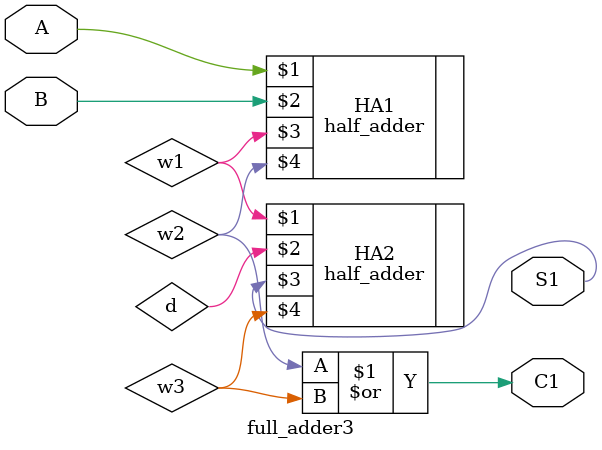
<source format=v>

module full_adder3(A,B,S1,C1);

input A;
input B;
output S1;
output C1; 

wire w1;
wire w2;
wire w3;

half_adder HA1(A,B,w1,w2);
half_adder HA2(w1,d,S1,w3);
or o1(C1,w2,w3);

endmodule
</source>
